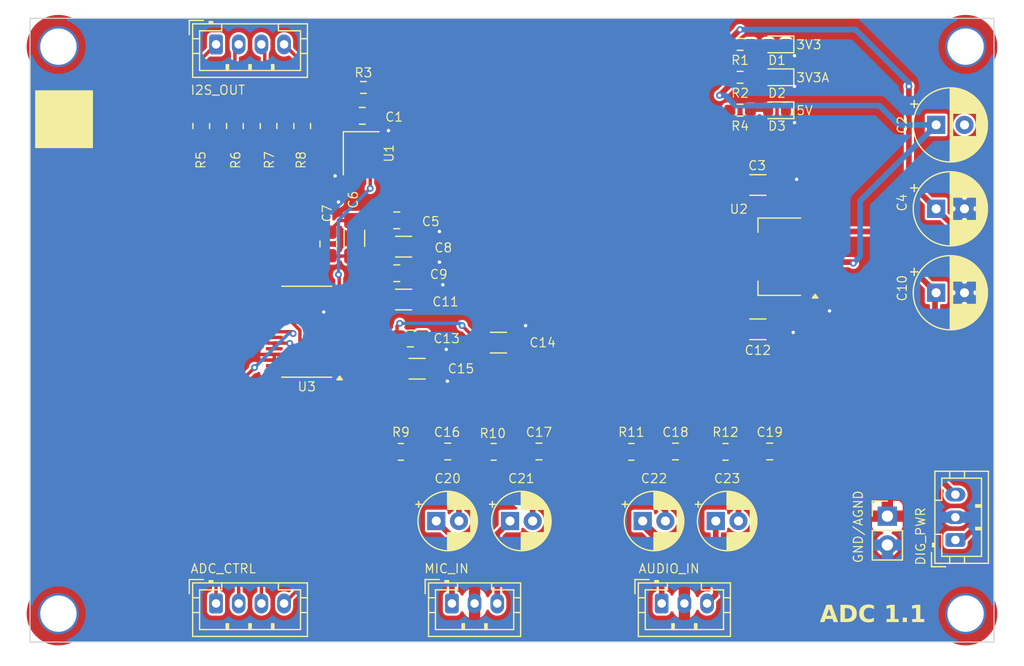
<source format=kicad_pcb>
(kicad_pcb (version 20240108) (generator "pcbnew") (generator_version "8.0")
  (layers (0 "F.Cu" signal) (31 "B.Cu" signal) (34 "B.Paste" user) (35 "F.Paste" user) (36 "B.SilkS" user "B.Silkscreen") (37 "F.SilkS" user "F.Silkscreen") (38 "B.Mask" user) (39 "F.Mask" user) (44 "Edge.Cuts" user))
  (net 0 "")
  (net 1 "GND")
  (net 2 "AGND")
  (net 3 "3V3")
  (net 4 "RIGHT_IN")
  (net 5 "LEFT_IN")
  (net 6 "5V")
  (net 7 "I2S_DATA_OUT")
  (net 8 "I2S_MCLK_OUT")
  (net 9 "I2S_BCLK_OUT")
  (net 10 "SDA")
  (net 11 "SCL")
  (net 12 "3V3A")
  (net 13 "LDO")
  (net 14 "VREF")
  (net 15 "INT")
  (net 16 "I2S_LRCLK_OUT")
  (net 17 "Net-(D1-A)")
  (net 18 "Net-(C20-Pad2)")
  (net 19 "ADC_INT")
  (net 20 "ADC_GPIO1")
  (net 21 "GNDA")
  (net 22 "Net-(D2-A)")
  (net 23 "Net-(D3-A)")
  (net 24 "SCLKI")
  (net 25 "MIC_LEFT_IN")
  (net 26 "Net-(C21-Pad2)")
  (net 27 "Net-(C22-Pad2)")
  (net 28 "MIC_RIGHT_IN")
  (net 29 "Net-(U3-VINL2)")
  (net 30 "Net-(U3-VINR2)")
  (net 31 "Net-(U3-VINL1)")
  (net 32 "Net-(U3-VINR1)")
  (net 33 "Net-(C23-Pad2)")
  (net 34 "Net-(U3-MOSI{slash}GPIO0{slash}DMIN2)")
  (net 35 "Net-(U3-BCLK)")
  (net 36 "Net-(U3-LRCLK)")
  (net 37 "Net-(U3-DOUT)")
  (net 41 "Net-(U1-Standby)")
  (footprint "Connector_PinHeader_2.54mm:PinHeader_1x02_P2.54mm_Vertical" (layer "F.Cu") (at 162.0364 105.065)
    (property "Reference" "J2" (hide yes))
    (property "Value" "Conn_01x02_Male")
  )
  (footprint "Connector_JST:JST_PH_B3B-PH-K_1x03_P2.00mm_Vertical" (layer "F.Cu") (at 142.1364 112.765)
    (property "Reference" "J6" (hide yes))
    (property "Value" "Conn_01x03_Pin")
  )
  (footprint "Capacitor_SMD:C_1206_3216Metric_Pad1.33x1.80mm_HandSolder" (layer "F.Cu") (at 119.3739 81.3025)
    (property "Reference" "C8")
    (property "Value" "10u")
  )
  (footprint "MountingHole:MountingHole_3.2mm_M3_DIN965_Pad_TopOnly" (layer "F.Cu") (at 168.9364 113.665)
    (property "Reference" "H4" (hide yes))
    (property "Value" "MountingHole")
  )
  (footprint "Resistor_SMD:R_0603_1608Metric_Pad0.98x0.95mm_HandSolder" (layer "F.Cu") (at 149.0489 66.365 180)
    (property "Reference" "R2")
    (property "Value" "650R")
  )
  (footprint "Package_TO_SOT_SMD:SOT-223-3_TabPin2" (layer "F.Cu") (at 152.5364 82.19 180)
    (property "Reference" "U2")
    (property "Value" "ZLDO1117QG33TA")
  )
  (footprint "Capacitor_SMD:C_0805_2012Metric_Pad1.18x1.45mm_HandSolder" (layer "F.Cu") (at 131.316512 99.365)
    (property "Reference" "C17")
    (property "Value" "10n C0G")
  )
  (footprint "Capacitor_THT:CP_Radial_D5.0mm_P2.00mm" (layer "F.Cu") (at 146.906288 105.495)
    (property "Reference" "C23")
    (property "Value" "10u NICHICON 25V")
  )
  (footprint "Resistor_SMD:R_0603_1608Metric_Pad0.98x0.95mm_HandSolder" (layer "F.Cu") (at 149.0489 63.465 180)
    (property "Reference" "R1")
    (property "Value" "150R")
  )
  (footprint "Oscillator:Oscillator_SMD_Abracon_ASE-4Pin_3.2x2.5mm" (layer "F.Cu") (at 115.6364 73.065 -90)
    (property "Reference" "U1")
    (property "Value" "ASDMB-xxxMHz")
  )
  (footprint "Capacitor_SMD:C_0805_2012Metric_Pad1.18x1.45mm_HandSolder" (layer "F.Cu") (at 151.6614 99.365)
    (property "Reference" "C19")
    (property "Value" "10n C0G")
  )
  (footprint "Capacitor_SMD:C_1206_3216Metric_Pad1.33x1.80mm_HandSolder" (layer "F.Cu") (at 115.0364 80.565 90)
    (property "Reference" "C6")
    (property "Value" "10u")
  )
  (footprint "Capacitor_SMD:C_1206_3216Metric_Pad1.33x1.80mm_HandSolder" (layer "F.Cu") (at 127.7364 89.765)
    (property "Reference" "C14")
    (property "Value" "10u")
  )
  (footprint "Resistor_SMD:R_0805_2012Metric_Pad1.20x1.40mm_HandSolder" (layer "F.Cu") (at 104.503066 70.665 90)
    (property "Reference" "R6")
    (property "Value" "22R")
  )
  (footprint "Connector_JST:JST_PH_B3B-PH-K_1x03_P2.00mm_Vertical" (layer "F.Cu") (at 168.0364 107.165 90)
    (property "Reference" "J3" (hide yes))
    (property "Value" "Conn_01x03_Pin")
  )
  (footprint "Capacitor_SMD:C_0805_2012Metric_Pad1.18x1.45mm_HandSolder" (layer "F.Cu") (at 115.7364 69.765)
    (property "Reference" "C1")
    (property "Value" "0.1u")
  )
  (footprint "Capacitor_THT:CP_Radial_D6.3mm_P2.50mm" (layer "F.Cu") (at 166.3364 77.965)
    (property "Reference" "C4")
    (property "Value" "470u")
  )
  (footprint "MountingHole:MountingHole_3.2mm_M3_DIN965_Pad_TopOnly" (layer "F.Cu") (at 88.9364 63.665)
    (property "Reference" "H1" (hide yes))
    (property "Value" "MountingHole")
  )
  (footprint "Connector_JST:JST_PH_B4B-PH-K_1x04_P2.00mm_Vertical" (layer "F.Cu") (at 102.8364 63.465)
    (property "Reference" "J1" (hide yes))
    (property "Value" "Conn_01x04_Pin")
  )
  (footprint "Resistor_SMD:R_0805_2012Metric_Pad1.20x1.40mm_HandSolder" (layer "F.Cu") (at 101.5364 70.665 90)
    (property "Reference" "R5")
    (property "Value" "22R")
  )
  (footprint "Capacitor_THT:CP_Radial_D5.0mm_P2.00mm" (layer "F.Cu") (at 122.2614 105.495)
    (property "Reference" "C20")
    (property "Value" "10u NICHICON 25V")
  )
  (footprint "Capacitor_SMD:C_0805_2012Metric_Pad1.18x1.45mm_HandSolder" (layer "F.Cu") (at 112.7364 81.065 90)
    (property "Reference" "C7")
    (property "Value" "0.1u")
  )
  (footprint "Resistor_SMD:R_0805_2012Metric_Pad1.20x1.40mm_HandSolder" (layer "F.Cu") (at 139.4614 99.395)
    (property "Reference" "R11")
    (property "Value" "100R")
  )
  (footprint "Capacitor_SMD:C_1206_3216Metric_Pad1.33x1.80mm_HandSolder" (layer "F.Cu") (at 119.3739 85.965)
    (property "Reference" "C11")
    (property "Value" "10u")
  )
  (footprint "Capacitor_SMD:C_1206_3216Metric_Pad1.33x1.80mm_HandSolder" (layer "F.Cu") (at 150.6164 75.865 180)
    (property "Reference" "C3")
    (property "Value" "10u")
  )
  (footprint "Capacitor_SMD:C_1206_3216Metric_Pad1.33x1.80mm_HandSolder" (layer "F.Cu") (at 150.6164 88.59 180)
    (property "Reference" "C12")
    (property "Value" "10u")
  )
  (footprint "LED_SMD:LED_0603_1608Metric" (layer "F.Cu") (at 152.302192 63.465 180)
    (property "Reference" "D1")
    (property "Value" "BLUE")
  )
  (footprint "Resistor_SMD:R_0805_2012Metric_Pad1.20x1.40mm_HandSolder" (layer "F.Cu") (at 119.1364 99.395)
    (property "Reference" "R9")
    (property "Value" "100R")
  )
  (footprint "Resistor_SMD:R_0805_2012Metric_Pad1.20x1.40mm_HandSolder" (layer "F.Cu") (at 107.469732 70.665 90)
    (property "Reference" "R7")
    (property "Value" "22R")
  )
  (footprint "Capacitor_SMD:C_1206_3216Metric_Pad1.33x1.80mm_HandSolder" (layer "F.Cu") (at 120.5739 92.065)
    (property "Reference" "C15")
    (property "Value" "1u")
  )
  (footprint "Connector_JST:JST_PH_B3B-PH-K_1x03_P2.00mm_Vertical" (layer "F.Cu") (at 123.6364 112.765)
    (property "Reference" "J5" (hide yes))
    (property "Value" "Conn_01x03_Pin")
  )
  (footprint "Capacitor_THT:CP_Radial_D6.3mm_P2.50mm" (layer "F.Cu") (at 166.3364 70.565)
    (property "Reference" "C2")
    (property "Value" "470u")
  )
  (footprint "LED_SMD:LED_0603_1608Metric" (layer "F.Cu") (at 152.302192 66.365 180)
    (property "Reference" "D2")
    (property "Value" "YELLOW")
  )
  (footprint "LED_SMD:LED_0603_1608Metric" (layer "F.Cu") (at 152.302192 69.275 180)
    (property "Reference" "D3")
    (property "Value" "BLUE")
  )
  (footprint "Capacitor_THT:CP_Radial_D5.0mm_P2.00mm" (layer "F.Cu") (at 128.7614 105.495)
    (property "Reference" "C21")
    (property "Value" "10u NICHICON 25V")
  )
  (footprint "Resistor_SMD:R_0603_1608Metric_Pad0.98x0.95mm_HandSolder" (layer "F.Cu") (at 149.0489 69.265 180)
    (property "Reference" "R4")
    (property "Value" "1.3K")
  )
  (footprint "Resistor_SMD:R_0805_2012Metric_Pad1.20x1.40mm_HandSolder" (layer "F.Cu") (at 147.7614 99.395)
    (property "Reference" "R12")
    (property "Value" "100R")
  )
  (footprint "Resistor_SMD:R_0805_2012Metric_Pad1.20x1.40mm_HandSolder" (layer "F.Cu") (at 127.316512 99.395)
    (property "Reference" "R10")
    (property "Value" "100R")
  )
  (footprint "Capacitor_SMD:C_0805_2012Metric_Pad1.18x1.45mm_HandSolder" (layer "F.Cu") (at 118.7739 83.645)
    (property "Reference" "C9")
    (property "Value" "0.1u")
  )
  (footprint "MountingHole:MountingHole_3.2mm_M3_DIN965_Pad_TopOnly" (layer "F.Cu") (at 88.9364 113.665)
    (property "Reference" "H3" (hide yes))
    (property "Value" "MountingHole")
  )
  (footprint "Capacitor_SMD:C_0805_2012Metric_Pad1.18x1.45mm_HandSolder" (layer "F.Cu") (at 143.3489 99.365 180)
    (property "Reference" "C18")
    (property "Value" "10n C0G")
  )
  (footprint "MountingHole:MountingHole_3.2mm_M3_DIN965_Pad_TopOnly" (layer "F.Cu") (at 168.9364 63.665)
    (property "Reference" "H2" (hide yes))
    (property "Value" "MountingHole")
  )
  (footprint "Connector_JST:JST_PH_B4B-PH-K_1x04_P2.00mm_Vertical" (layer "F.Cu") (at 102.8364 112.765)
    (property "Reference" "J4" (hide yes))
    (property "Value" "Conn_01x04_Pin")
  )
  (footprint "Resistor_SMD:R_0603_1608Metric_Pad0.98x0.95mm_HandSolder" (layer "F.Cu") (at 115.8364 67.265 180)
    (property "Reference" "R3")
    (property "Value" "4.7K")
  )
  (footprint "Capacitor_SMD:C_0805_2012Metric_Pad1.18x1.45mm_HandSolder" (layer "F.Cu") (at 123.2739 99.365 180)
    (property "Reference" "C16")
    (property "Value" "10n C0G")
  )
  (footprint "Package_SO:TSSOP-30_4.4x7.8mm_P0.5mm" (layer "F.Cu") (at 110.8364 88.8025 180)
    (property "Reference" "U3")
    (property "Value" "PCM1863")
  )
  (footprint "Resistor_SMD:R_0805_2012Metric_Pad1.20x1.40mm_HandSolder" (layer "F.Cu") (at 110.4364 70.665 90)
    (property "Reference" "R8")
    (property "Value" "22R")
  )
  (footprint "Capacitor_THT:CP_Radial_D5.0mm_P2.00mm" (layer "F.Cu") (at 140.4614 105.495)
    (property "Reference" "C22")
    (property "Value" "10u NICHICON 25V")
  )
  (footprint "Capacitor_SMD:C_0805_2012Metric_Pad1.18x1.45mm_HandSolder" (layer "F.Cu") (at 119.9739 89.4025)
    (property "Reference" "C13")
    (property "Value" "0.1u")
  )
  (footprint "Capacitor_SMD:C_0805_2012Metric_Pad1.18x1.45mm_HandSolder" (layer "F.Cu") (at 118.7739 78.9825)
    (property "Reference" "C5")
    (property "Value" "0.1u")
  )
  (footprint "Capacitor_THT:CP_Radial_D6.3mm_P2.50mm" (layer "F.Cu") (at 166.3364 85.365)
    (property "Reference" "C10")
    (property "Value" "470u")
  )
  (gr_rect (start 86.9364 67.565) (end 91.9364 72.565) (stroke (width 0.1)) (fill solid) (layer "F.SilkS"))
  (gr_line (start 171.4364 61.165) (end 171.4364 116.165) (stroke (width 0.1)) (layer "Edge.Cuts"))
  (gr_line (start 86.4364 61.165) (end 86.4364 116.165) (stroke (width 0.1)) (layer "Edge.Cuts"))
  (gr_line (start 171.4364 116.165) (end 86.4364 116.165) (stroke (width 0.1)) (layer "Edge.Cuts"))
  (gr_line (start 86.4364 61.165) (end 171.4364 61.165) (stroke (width 0.1)) (layer "Edge.Cuts"))
  (gr_text "AUDIO_IN\n" (at 140.0364 110.165 0) (layer "F.SilkS") (effects (font (size 0.8 0.8) (thickness 0.1)) (justify left bottom)))
  (gr_text "I2S_OUT" (at 100.5364 67.965 0) (layer "F.SilkS") (effects (font (size 0.8 0.8) (thickness 0.1)) (justify left bottom)))
  (gr_text "GND/AGND" (at 159.9364 109.265 90) (layer "F.SilkS") (effects (font (size 0.8 0.8) (thickness 0.1)) (justify left bottom)))
  (gr_text "3V3A\n" (at 153.9489 66.865 0) (layer "F.SilkS") (effects (font (size 0.8 0.8) (thickness 0.1)) (justify left bottom)))
  (gr_text "MIC_IN" (at 121.1364 110.165 0) (layer "F.SilkS") (effects (font (size 0.8 0.8) (thickness 0.1)) (justify left bottom)))
  (gr_text "DIG_PWR" (at 165.4364 109.465 90) (layer "F.SilkS") (effects (font (size 0.8 0.8) (thickness 0.1)) (justify left bottom)))
  (gr_text "5V" (at 153.9489 69.765 0) (layer "F.SilkS") (effects (font (size 0.8 0.8) (thickness 0.1)) (justify left bottom)))
  (gr_text "ADC 1.1\n" (at 165.4364 114.665 0) (layer "F.SilkS") (effects (font (size 1.5 1.5) (thickness 0.1) (bold yes)) (justify right bottom)))
  (gr_text "ADC_CTRL" (at 100.5364 110.165 0) (layer "F.SilkS") (effects (font (size 0.8 0.8) (thickness 0.1)) (justify left bottom)))
  (gr_text "3V3" (at 153.9489 63.965 0) (layer "F.SilkS") (effects (font (size 0.8 0.8) (thickness 0.1)) (justify left bottom)))
  (segment (start 152.1789 75.865) (end 153.5364 75.865) (width 0.5) (layer "F.Cu") (net 1))
  (segment (start 109.311417 89.8025) (end 109.3364 89.827483) (width 0.3) (layer "F.Cu") (net 1))
  (segment (start 155.6864 85.715) (end 156.9364 86.965) (width 0.5) (layer "F.Cu") (net 1))
  (segment (start 114.2864 74.115) (end 113.3364 75.065) (width 0.3) (layer "F.Cu") (net 1))
  (segment (start 153.5364 75.865) (end 154.0364 75.365) (width 0.5) (layer "F.Cu") (net 1))
  (segment (start 129.2989 89.1025) (end 130.1364 88.265) (width 0.3) (layer "F.Cu") (net 1))
  (segment (start 116.8489 69.4525) (end 118.0364 70.64) (width 0.3) (layer "F.Cu") (net 1))
  (segment (start 112.7364 78.265) (end 113.6364 77.365) (width 0.3) (layer "F.Cu") (net 1))
  (segment (start 120.4789 85.965) (end 121.5364 85.965) (width 0.3) (layer "F.Cu") (net 1))
  (segment (start 113.7614 79.0025) (end 112.7364 80.0275) (width 0.3) (layer "F.Cu") (net 1))
  (segment (start 121.1989 81.3025) (end 122.5364 79.965) (width 0.3) (layer "F.Cu") (net 1))
  (segment (start 153.4614 88.59) (end 153.7364 88.865) (width 0.5) (layer "F.Cu") (net 1))
  (segment (start 114.8114 74.115) (end 114.2864 74.115) (width 0.3) (layer "F.Cu") (net 1))
  (segment (start 107.9739 90.3025) (end 107.9739 89.8025) (width 0.3) (layer "F.Cu") (net 1))
  (segment (start 119.8114 80.1775) (end 120.9364 81.3025) (width 0.3) (layer "F.Cu") (net 1))
  (segment (start 120.9989 84.2025) (end 122.5364 82.665) (width 0.3) (layer "F.Cu") (net 1))
  (segment (start 112.5989 86.8025) (end 112.3364 87.065) (width 0.3) (layer "F.Cu") (net 1))
  (segment (start 153.089692 69.605792) (end 153.8489 70.365) (width 0.3) (layer "F.Cu") (net 1))
  (segment (start 121.5364 85.965) (end 122.8364 84.665) (width 0.3) (layer "F.Cu") (net 1))
  (segment (start 115.0364 79.0025) (end 113.7614 79.0025) (width 0.3) (layer "F.Cu") (net 1))
  (segment (start 155.6864 84.965) (end 155.6864 85.715) (width 0.5) (layer "F.Cu") (net 1))
  (segment (start 112.7364 80.0275) (end 112.7364 78.265) (width 0.3) (layer "F.Cu") (net 1))
  (segment (start 122.1364 92.265) (end 123.0364 93.165) (width 0.3) (layer "F.Cu") (net 1))
  (segment (start 122.6739 89.9025) (end 123.1364 90.365) (width 0.3) (layer "F.Cu") (net 1))
  (segment (start 118.0364 70.64) (end 118.0364 71.065) (width 0.3) (layer "F.Cu") (net 1))
  (segment (start 107.9739 89.8025) (end 109.311417 89.8025) (width 0.3) (layer "F.Cu") (net 1))
  (segment (start 153.089692 66.405792) (end 153.8489 67.165) (width 0.3) (layer "F.Cu") (net 1))
  (segment (start 120.8739 89.9025) (end 122.6739 89.9025) (width 0.3) (layer "F.Cu") (net 1))
  (segment (start 113.6989 86.8025) (end 112.5989 86.8025) (width 0.3) (layer "F.Cu") (net 1))
  (segment (start 123.0364 93.165) (end 123.2364 93.165) (width 0.3) (layer "F.Cu") (net 1))
  (segment (start 153.089692 63.705792) (end 153.8489 64.465) (width 0.3) (layer "F.Cu") (net 1))
  (segment (start 129.2989 89.765) (end 129.2989 89.1025) (width 0.3) (layer "F.Cu") (net 1))
  (segment (start 119.9114 84.2025) (end 120.9989 84.2025) (width 0.3) (layer "F.Cu") (net 1))
  (segment (start 152.1789 88.59) (end 153.4614 88.59) (width 0.5) (layer "F.Cu") (net 1))
  (segment (start 153.089692 69.275) (end 153.089692 69.605792) (width 0.3) (layer "F.Cu") (net 1))
  (segment (start 119.8114 78.9825) (end 119.8114 80.1775) (width 0.3) (layer "F.Cu") (net 1))
  (via (at 122.8364 84.665) (size 0.6) (drill 0.3) (layers "F.Cu" "B.Cu") (net 1))
  (via (at 153.8489 64.465) (size 0.6) (drill 0.3) (layers "F.Cu" "B.Cu") (net 1))
  (via (at 123.2364 93.165) (size 0.6) (drill 0.3) (layers "F.Cu" "B.Cu") (net 1))
  (via (at 154.0364 75.365) (size 0.6) (drill 0.3) (layers "F.Cu" "B.Cu") (net 1))
  (via (at 122.5364 82.665) (size 0.6) (drill 0.3) (layers "F.Cu" "B.Cu") (net 1))
  (via (at 109.3364 89.827483) (size 0.6) (drill 0.3) (layers "F.Cu" "B.Cu") (net 1))
  (via (at 122.5364 79.965) (size 0.6) (drill 0.3) (layers "F.Cu" "B.Cu") (net 1))
  (via (at 153.7364 88.865) (size 0.6) (drill 0.3) (layers "F.Cu" "B.Cu") (net 1))
  (via (at 113.6364 77.365) (size 0.6) (drill 0.3) (layers "F.Cu" "B.Cu") (net 1))
  (via (at 123.1364 90.365) (size 0.6) (drill 0.3) (layers "F.Cu" "B.Cu") (net 1))
  (via (at 118.0364 71.065) (size 0.6) (drill 0.3) (layers "F.Cu" "B.Cu") (net 1))
  (via (at 113.3364 75.065) (size 0.6) (drill 0.3) (layers "F.Cu" "B.Cu") (net 1))
  (via (at 153.8489 67.165) (size 0.6) (drill 0.3) (layers "F.Cu" "B.Cu") (net 1))
  (via (at 156.9364 86.965) (size 0.6) (drill 0.3) (layers "F.Cu" "B.Cu") (net 1))
  (via (at 130.1364 88.265) (size 0.6) (drill 0.3) (layers "F.Cu" "B.Cu") (net 1))
  (via (at 153.8489 70.365) (size 0.6) (drill 0.3) (layers "F.Cu" "B.Cu") (net 1))
  (via (at 112.3364 87.065) (size 0.6) (drill 0.3) (layers "F.Cu" "B.Cu") (net 1))
  (segment (start 117.7364 78.9825) (end 117.7364 81.2275) (width 0.3) (layer "F.Cu") (net 3))
  (segment (start 166.3364 77.965) (end 163.9364 75.565) (width 0.5) (layer "F.Cu") (net 3))
  (segment (start 116.7489 66.965) (end 116.7489 67.715) (width 0.3) (layer "F.Cu") (net 3))
  (segment (start 170.5364 105.265) (end 168.6364 107.165) (width 0.5) (layer "F.Cu") (net 3))
  (segment (start 147.9364 63.665) (end 148.1364 63.465) (width 0.5) (layer "F.Cu") (net 3))
  (segment (start 116.4364 82.6775) (end 117.8114 81.3025) (width 0.3) (layer "F.Cu") (net 3))
  (segment (start 116.7489 67.715) (end 114.6989 69.765) (width 0.3) (layer "F.Cu") (net 3))
  (segment (start 117.7364 73.29) (end 116.4614 72.015) (width 0.3) (layer "F.Cu") (net 3))
  (segment (start 115.0364 85.23491) (end 115.0364 82.1275) (width 0.3) (layer "F.Cu") (net 3))
  (segment (start 114.6989 86.3025) (end 116.4364 84.565) (width 0.3) (layer "F.Cu") (net 3))
  (segment (start 148.1364 63.065) (end 149.0364 62.165) (width 0.5) (layer "F.Cu") (net 3))
  (segment (start 113.6989 86.3025) (end 114.6989 86.3025) (width 0.3) (layer "F.Cu") (net 3))
  (segment (start 114.46881 85.8025) (end 115.0364 85.23491) (width 0.3) (layer "F.Cu") (net 3))
  (segment (start 115.0364 81.6825) (end 117.7364 78.9825) (width 0.3) (layer "F.Cu") (net 3))
  (segment (start 113.6989 85.8025) (end 114.46881 85.8025) (width 0.3) (layer "F.Cu") (net 3))
  (segment (start 116.4364 84.565) (end 116.4364 82.6775) (width 0.3) (layer "F.Cu") (net 3))
  (segment (start 114.6989 70.2525) (end 116.4614 72.015) (width 0.3) (layer "F.Cu") (net 3))
  (segment (start 166.3364 77.965) (end 170.5364 82.165) (width 0.5) (layer "F.Cu") (net 3))
  (segment (start 120.5489 63.465) (end 116.7489 67.265) (width 0.5) (layer "F.Cu") (net 3))
  (segment (start 113.8447 82.1275) (end 115.0364 82.1275) (width 0.3) (layer "F.Cu") (net 3))
  (segment (start 117.7364 78.9825) (end 117.7364 73.29) (width 0.3) (layer "F.Cu") (net 3))
  (segment (start 163.9364 75.565) (end 163.9364 67.165) (width 0.5) (layer "F.Cu") (net 3))
  (segment (start 148.1364 63.465) (end 148.1364 63.065) (width 0.5) (layer "F.Cu") (net 3))
  (segment (start 112.7337 82.1623) (end 113.8099 82.1623) (width 0.3) (layer "F.Cu") (net 3))
  (segment (start 148.1364 63.465) (end 120.5489 63.465) (width 0.5) (layer "F.Cu") (net 3))
  (segment (start 117.7364 78.9825) (end 117.8189 78.9825) (width 0.5) (layer "F.Cu") (net 3))
  (segment (start 170.5364 82.165) (end 170.5364 105.265) (width 0.5) (layer "F.Cu") (net 3))
  (segment (start 113.8099 82.1623) (end 113.8447 82.1275) (width 0.3) (layer "F.Cu") (net 3))
  (via (at 163.9364 67.165) (size 0.6) (drill 0.3) (layers "F.Cu" "B.Cu") (net 3))
  (via (at 149.0364 62.165) (size 0.6) (drill 0.3) (layers "F.Cu" "B.Cu") (net 3))
  (segment (start 159.2364 62.165) (end 163.9364 66.865) (width 0.5) (layer "B.Cu") (net 3))
  (segment (start 163.9364 66.865) (end 163.9364 67.165) (width 0.5) (layer "B.Cu") (net 3))
  (segment (start 149.0364 62.165) (end 159.2364 62.165) (width 0.5) (layer "B.Cu") (net 3))
  (segment (start 146.906288 111.995112) (end 146.1364 112.765) (width 0.5) (layer "F.Cu") (net 4))
  (segment (start 146.906288 105.495) (end 146.906288 111.995112) (width 0.5) (layer "F.Cu") (net 4))
  (segment (start 141.8614 107.295) (end 140.4614 105.895) (width 0.5) (layer "F.Cu") (net 5))
  (segment (start 142.1364 107.17) (end 140.4614 105.495) (width 0.5) (layer "F.Cu") (net 5))
  (segment (start 142.1364 112.765) (end 142.1364 107.17) (width 0.5) (layer "F.Cu") (net 5))
  (segment (start 166.2364 101.365) (end 166.2364 85.465) (width 0.5) (layer "F.Cu") (net 6))
  (segment (start 148.1364 69.265) (end 148.1364 74.9475) (width 0.5) (layer "F.Cu") (net 6))
  (segment (start 160.9364 79.965) (end 153.1539 79.965) (width 0.5) (layer "F.Cu") (net 6))
  (segment (start 153.1539 79.965) (end 149.0539 75.865) (width 0.5) (layer "F.Cu") (net 6))
  (segment (start 166.3364 85.365) (end 160.9364 79.965) (width 0.5) (layer "F.Cu") (net 6))
  (segment (start 148.1364 74.9475) (end 149.0539 75.865) (width 0.5) (layer "F.Cu") (net 6))
  (segment (start 168.0364 103.165) (end 166.2364 101.365) (width 0.5) (layer "F.Cu") (net 6))
  (segment (start 110.4364 69.665) (end 110.4364 65.065) (width 0.3) (layer "F.Cu") (net 7))
  (segment (start 110.4364 65.065) (end 108.8364 63.465) (width 0.3) (layer "F.Cu") (net 7))
  (segment (start 101.5364 69.665) (end 101.5364 64.765) (width 0.3) (layer "F.Cu") (net 8))
  (segment (start 101.5364 64.765) (end 102.8364 63.465) (width 0.3) (layer "F.Cu") (net 8))
  (segment (start 104.503066 69.665) (end 104.503066 63.798334) (width 0.3) (layer "F.Cu") (net 9))
  (segment (start 109.4739 88.8025) (end 109.6364 88.965) (width 0.3) (layer "F.Cu") (net 10))
  (segment (start 107.9739 88.8025) (end 109.4739 88.8025) (width 0.3) (layer "F.Cu") (net 10))
  (segment (start 104.8364 93.365) (end 106.2364 91.965) (width 0.3) (layer "F.Cu") (net 10))
  (segment (start 104.8364 112.765) (end 104.8364 93.365) (width 0.3) (layer "F.Cu") (net 10))
  (via (at 106.2364 91.965) (size 0.6) (drill 0.3) (layers "F.Cu" "B.Cu") (net 10))
  (via (at 109.6364 88.965) (size 0.6) (drill 0.3) (layers "F.Cu" "B.Cu") (net 10))
  (segment (start 106.2364 91.965) (end 109.2364 88.965) (width 0.3) (layer "B.Cu") (net 10))
  (segment (start 109.2364 88.965) (end 109.6364 88.965) (width 0.3) (layer "B.Cu") (net 10))
  (segment (start 107.9739 89.3025) (end 105.9989 89.3025) (width 0.3) (layer "F.Cu") (net 11))
  (segment (start 102.8364 92.465) (end 102.8364 112.765) (width 0.3) (layer "F.Cu") (net 11))
  (segment (start 105.9989 89.3025) (end 102.8364 92.465) (width 0.3) (layer "F.Cu") (net 11))
  (segment (start 155.6864 82.665) (end 158.9364 82.665) (width 0.5) (layer "F.Cu") (net 12))
  (segment (start 126.0364 89.765) (end 124.5364 88.265) (width 0.3) (layer "F.Cu") (net 12))
  (segment (start 155.6864 82.665) (end 149.3864 82.665) (width 0.5) (layer "F.Cu") (net 12))
  (segment (start 148.1364 66.365) (end 148.1364 67.065) (width 0.5) (layer "F.Cu") (net 12))
  (segment (start 118.7989 89.4025) (end 118.7989 88.3025) (width 0.3) (layer "F.Cu") (net 12))
  (segment (start 118.7989 88.3025) (end 119.0364 88.065) (width 0.3) (layer "F.Cu") (net 12))
  (segment (start 149.0539 85.965) (end 149.0539 82.9975) (width 0.5) (layer "F.Cu") (net 12))
  (segment (start 149.0539 85.965) (end 129.9739 85.965) (width 0.5) (layer "F.Cu") (net 12))
  (segment (start 114.9739 88.8025) (end 113.6989 88.8025) (width 0.3) (layer "F.Cu") (net 12))
  (segment (start 118.6614 89.265) (end 115.4364 89.265) (width 0.3) (layer "F.Cu") (net 12))
  (segment (start 149.0539 88.59) (end 149.0539 85.965) (width 0.5) (layer "F.Cu") (net 12))
  (segment (start 126.1739 89.765) (end 126.0364 89.765) (width 0.3) (layer "F.Cu") (net 12))
  (segment (start 115.4364 89.265) (end 114.9739 88.8025) (width 0.3) (layer "F.Cu") (net 12))
  (segment (start 148.1364 67.065) (end 147.2364 67.965) (width 0.5) (layer "F.Cu") (net 12))
  (segment (start 129.9739 85.965) (end 126.1739 89.765) (width 0.5) (layer "F.Cu") (net 12))
  (segment (start 158.9364 82.665) (end 159.0364 82.765) (width 0.5) (layer "F.Cu") (net 12))
  (segment (start 149.0539 82.9975) (end 149.3864 82.665) (width 0.5) (layer "F.Cu") (net 12))
  (via (at 119.0364 88.065) (size 0.6) (drill 0.3) (layers "F.Cu" "B.Cu") (net 12))
  (via (at 159.0364 82.765) (size 0.6) (drill 0.3) (layers "F.Cu" "B.Cu") (net 12))
  (via (at 124.5364 88.265) (size 0.6) (drill 0.3) (layers "F.Cu" "B.Cu") (net 12))
  (via (at 147.2364 67.965) (size 0.6) (drill 0.3) (layers "F.Cu" "B.Cu") (net 12))
  (segment (start 163.0364 70.565) (end 166.3364 70.565) (width 0.5) (layer "B.Cu") (net 12))
  (segment (start 166.3364 70.565) (end 159.6364 77.265) (width 0.5) (layer "B.Cu") (net 12))
  (segment (start 159.6364 77.265) (end 159.6364 82.165) (width 0.5) (layer "B.Cu") (net 12))
  (segment (start 147.2364 67.965) (end 147.7364 67.965) (width 0.5) (layer "B.Cu") (net 12))
  (segment (start 148.6364 68.865) (end 161.3364 68.865) (width 0.5) (layer "B.Cu") (net 12))
  (segment (start 147.7364 67.965) (end 148.6364 68.865) (width 0.5) (layer "B.Cu") (net 12))
  (segment (start 161.3364 68.865) (end 163.0364 70.565) (width 0.5) (layer "B.Cu") (net 12))
  (segment (start 159.6364 82.165) (end 159.0364 82.765) (width 0.5) (layer "B.Cu") (net 12))
  (segment (start 124.3364 88.065) (end 124.5364 88.265) (width 0.3) (layer "B.Cu") (net 12))
  (segment (start 119.0364 88.065) (end 124.3364 88.065) (width 0.3) (layer "B.Cu") (net 12))
  (segment (start 117.9114 86.5225) (end 117.1314 87.3025) (width 0.3) (layer "F.Cu") (net 13))
  (segment (start 117.8364 84.2025) (end 117.8364 86.4475) (width 0.3) (layer "F.Cu") (net 13))
  (segment (start 117.1314 87.3025) (end 113.6989 87.3025) (width 0.3) (layer "F.Cu") (net 13))
  (segment (start 119.0114 92.065) (end 116.7489 89.8025) (width 0.3) (layer "F.Cu") (net 14))
  (segment (start 116.7489 89.8025) (end 113.6989 89.8025) (width 0.3) (layer "F.Cu") (net 14))
  (segment (start 107.1364 69.331668) (end 107.1364 63.765) (width 0.3) (layer "F.Cu") (net 16))
  (segment (start 149.9614 63.465) (end 151.514692 63.465) (width 0.3) (layer "F.Cu") (net 17))
  (segment (start 123.9364 103.565) (end 121.4364 103.565) (width 0.5) (layer "F.Cu") (net 18))
  (segment (start 118.410234 100.538834) (end 118.410234 99.395) (width 0.5) (layer "F.Cu") (net 18))
  (segment (start 124.2614 105.246166) (end 124.2614 103.89) (width 0.5) (layer "F.Cu") (net 18))
  (segment (start 124.2614 103.89) (end 123.9364 103.565) (width 0.5) (layer "F.Cu") (net 18))
  (segment (start 118.410234 100.538834) (end 121.4364 103.565) (width 0.5) (layer "F.Cu") (net 18))
  (segment (start 109.710296 87.3025) (end 111.7364 89.328604) (width 0.3) (layer "F.Cu") (net 19))
  (segment (start 111.7364 89.328604) (end 111.7364 109.865) (width 0.3) (layer "F.Cu") (net 19))
  (segment (start 107.9739 87.3025) (end 109.710296 87.3025) (width 0.3) (layer "F.Cu") (net 19))
  (segment (start 111.7364 109.865) (end 108.8364 112.765) (width 0.3) (layer "F.Cu") (net 19))
  (segment (start 106.8364 106.465) (end 106.8364 112.765) (width 0.3) (layer "F.Cu") (net 20))
  (segment (start 109.36385 87.8025) (end 110.2364 88.67505) (width 0.3) (layer "F.Cu") (net 20))
  (segment (start 107.9739 87.8025) (end 109.36385 87.8025) (width 0.3) (layer "F.Cu") (net 20))
  (segment (start 110.2364 88.67505) (end 110.2364 103.065) (width 0.3) (layer "F.Cu") (net 20))
  (segment (start 110.2364 103.065) (end 106.8364 106.465) (width 0.3) (layer "F.Cu") (net 20))
  (segment (start 149.9614 66.365) (end 151.514692 66.365) (width 0.3) (layer "F.Cu") (net 22))
  (segment (start 149.9614 69.265) (end 151.504692 69.265) (width 0.3) (layer "F.Cu") (net 23))
  (segment (start 116.4364 76.165) (end 116.4364 74.14) (width 0.3) (layer "F.Cu") (net 24))
  (segment (start 113.6989 83.8275) (end 113.6364 83.765) (width 0.3) (layer "F.Cu") (net 24))
  (segment (start 113.6989 85.3025) (end 113.6989 83.8275) (width 0.3) (layer "F.Cu") (net 24))
  (via (at 113.6364 83.765) (size 0.6) (drill 0.3) (layers "F.Cu" "B.Cu") (net 24))
  (via (at 116.4364 76.165) (size 0.6) (drill 0.3) (layers "F.Cu" "B.Cu") (net 24))
  (segment (start 113.6364 78.965) (end 113.6364 83.765) (width 0.3) (layer "B.Cu") (net 24))
  (segment (start 116.4364 76.165) (end 113.6364 78.965) (width 0.3) (layer "B.Cu") (net 24))
  (segment (start 123.6364 106.87) (end 122.2614 105.495) (width 0.5) (layer "F.Cu") (net 25))
  (segment (start 123.6364 112.765) (end 123.6364 106.87) (width 0.5) (layer "F.Cu") (net 25))
  (segment (start 130.7614 103.839888) (end 130.7614 105.495) (width 0.5) (layer "F.Cu") (net 26))
  (segment (start 126.316512 100.645112) (end 129.511288 103.839888) (width 0.5) (layer "F.Cu") (net 26))
  (segment (start 129.511288 103.839888) (end 130.7614 103.839888) (width 0.5) (layer "F.Cu") (net 26))
  (segment (start 126.316512 99.395) (end 126.316512 100.645112) (width 0.5) (layer "F.Cu") (net 26))
  (segment (start 142.4614 104.59) (end 138.4614 100.59) (width 0.5) (layer "F.Cu") (net 27))
  (segment (start 142.4614 105.495) (end 142.4614 104.59) (width 0.5) (layer "F.Cu") (net 27))
  (segment (start 138.4614 100.59) (end 138.4614 99.395) (width 0.5) (layer "F.Cu") (net 27))
  (segment (start 127.6364 112.765) (end 127.6364 106.62) (width 0.5) (layer "F.Cu") (net 28))
  (segment (start 127.6364 106.62) (end 128.7614 105.495) (width 0.5) (layer "F.Cu") (net 28))
  (segment (start 113.6989 92.3025) (end 116.336402 94.940002) (width 0.3) (layer "F.Cu") (net 29))
  (segment (start 116.336402 95.595002) (end 116.336402 95.265) (width 0.5) (layer "F.Cu") (net 29))
  (segment (start 116.336402 94.940002) (end 116.336402 95.265) (width 0.3) (layer "F.Cu") (net 29))
  (segment (start 122.2364 99.365) (end 120.1664 99.365) (width 0.5) (layer "F.Cu") (net 29))
  (segment (start 120.1364 99.395) (end 116.336402 95.595002) (width 0.5) (layer "F.Cu") (net 29))
  (segment (start 113.6989 91.8025) (end 114.46881 91.8025) (width 0.3) (layer "F.Cu") (net 30))
  (segment (start 128.316512 99.395) (end 130.249012 99.395) (width 0.5) (layer "F.Cu") (net 30))
  (segment (start 119.03131 96.365) (end 120.7364 96.365) (width 0.3) (layer "F.Cu") (net 30))
  (segment (start 114.46881 91.8025) (end 119.03131 96.365) (width 0.3) (layer "F.Cu") (net 30))
  (segment (start 128.316512 99.395) (end 125.286512 96.365) (width 0.5) (layer "F.Cu") (net 30))
  (segment (start 125.286512 96.365) (end 120.7364 96.365) (width 0.5) (layer "F.Cu") (net 30))
  (segment (start 136.2314 95.165) (end 120.7364 95.165) (width 0.5) (layer "F.Cu") (net 31))
  (segment (start 115.1739 91.3025) (end 119.0364 95.165) (width 0.3) (layer "F.Cu") (net 31))
  (segment (start 113.6989 91.3025) (end 115.1739 91.3025) (width 0.3) (layer "F.Cu") (net 31))
  (segment (start 140.4614 99.395) (end 136.2314 95.165) (width 0.5) (layer "F.Cu") (net 31))
  (segment (start 140.4614 99.395) (end 142.2814 99.395) (width 0.5) (layer "F.Cu") (net 31))
  (segment (start 119.0364 95.165) (end 120.7364 95.165) (width 0.3) (layer "F.Cu") (net 31))
  (segment (start 143.331399 93.964999) (end 120.936401 93.964999) (width 0.5) (layer "F.Cu") (net 32))
  (segment (start 148.7614 99.395) (end 143.331399 93.964999) (width 0.5) (layer "F.Cu") (net 32))
  (segment (start 150.6239 99.365) (end 148.7914 99.365) (width 0.5) (layer "F.Cu") (net 32))
  (segment (start 113.6989 90.8025) (end 115.5739 90.8025) (width 0.3) (layer "F.Cu") (net 32))
  (segment (start 115.5739 90.8025) (end 118.736399 93.964999) (width 0.3) (layer "F.Cu") (net 32))
  (segment (start 118.736399 93.964999) (end 120.936401 93.964999) (width 0.3) (layer "F.Cu") (net 32))
  (segment (start 146.7614 99.395) (end 148.906288 101.539888) (width 0.5) (layer "F.Cu") (net 33))
  (segment (start 148.906288 101.539888) (end 148.906288 105.495) (width 0.5) (layer "F.Cu") (net 33))
  (segment (start 107.20399 88.3025) (end 103.8364 84.93491) (width 0.3) (layer "F.Cu") (net 34))
  (segment (start 107.9739 88.3025) (end 107.20399 88.3025) (width 0.3) (layer "F.Cu") (net 34))
  (segment (start 103.8364 84.93491) (end 103.8364 73.965) (width 0.3) (layer "F.Cu") (net 34))
  (segment (start 103.8364 73.965) (end 101.5364 71.665) (width 0.3) (layer "F.Cu") (net 34))
  (segment (start 107.9739 85.8025) (end 107.20399 85.8025) (width 0.3) (layer "F.Cu") (net 35))
  (segment (start 107.20399 85.8025) (end 105.9364 84.53491) (width 0.3) (layer "F.Cu") (net 35))
  (segment (start 105.9364 84.53491) (end 105.9364 73.098334) (width 0.3) (layer "F.Cu") (net 35))
  (segment (start 105.9364 73.098334) (end 104.503066 71.665) (width 0.3) (layer "F.Cu") (net 35))
  (segment (start 108.2364 85.04) (end 108.2364 72.431668) (width 0.3) (layer "F.Cu") (net 36))
  (segment (start 108.2364 72.431668) (end 107.469732 71.665) (width 0.3) (layer "F.Cu") (net 36))
  (segment (start 107.9739 85.3025) (end 108.2364 85.04) (width 0.3) (layer "F.Cu") (net 36))
  (segment (start 108.74381 86.3025) (end 107.9739 86.3025) (width 0.3) (layer "F.Cu") (net 37))
  (segment (start 110.4364 71.665) (end 110.4364 84.60991) (width 0.3) (layer "F.Cu") (net 37))
  (segment (start 110.4364 84.60991) (end 108.74381 86.3025) (width 0.3) (layer "F.Cu") (net 37))
  (segment (start 114.9239 66.965) (end 113.4364 68.4525) (width 0.3) (layer "F.Cu") (net 41))
  (segment (start 113.4364 68.4525) (end 113.4364 70.64) (width 0.3) (layer "F.Cu") (net 41))
  (segment (start 113.4364 70.64) (end 114.8114 72.015) (width 0.3) (layer "F.Cu") (net 41))
  (zone (net 2) (net_name "AGND") (layer "F.Cu") (connect_pads (clearance 0.2)) (min_thickness 0.25) (fill yes (thermal_gap 0.5) (thermal_bridge_width 1))
    (polygon (pts (xy 165.3364 60.365) (xy 165.858043 60.565) (xy 172.1364 60.565) (xy 172.1364 117.865) (xy 165.4364 117.865) (xy 165.4364 117.765) (xy 94.1364 117.765) (xy 94.1364 117.665) (xy 85.5364 117.665) (xy 85.5364 68.265) (xy 85.4364 68.265) (xy 85.4364 59.551364) (xy 100.1364 60.665) (xy 104.0364 60.465) (xy 165.3364 60.465)))
  )
  (zone (net 1) (net_name "GND") (layer "B.Cu") (connect_pads (clearance 0.6)) (min_thickness 0.25) (fill yes (thermal_gap 0.5) (thermal_bridge_width 1))
    (polygon (pts (xy 165.1364 60.065) (xy 165.688971 60.265) (xy 171.9364 60.265) (xy 171.9364 109.765) (xy 172.1364 109.765) (xy 172.1364 117.765) (xy 85.4364 117.765) (xy 85.4364 109.565) (xy 85.3364 109.565) (xy 85.3364 68.265) (xy 85.6364 68.265) (xy 85.6364 59.581667) (xy 99.9364 60.665) (xy 103.8364 60.465) (xy 165.1364 60.465)))
  )
)
</source>
